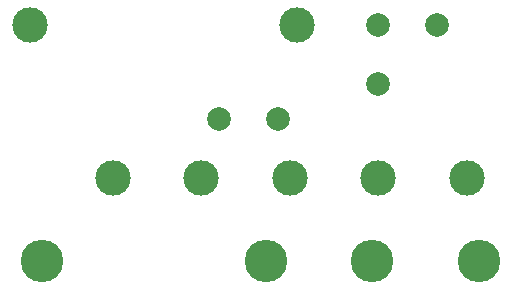
<source format=gbl>
G04 #@! TF.GenerationSoftware,KiCad,Pcbnew,5.1.5-52549c5~84~ubuntu18.04.1*
G04 #@! TF.CreationDate,2020-01-16T13:38:08+00:00*
G04 #@! TF.ProjectId,012-fx888d-repair,3031322d-6678-4383-9838-642d72657061,1*
G04 #@! TF.SameCoordinates,Original*
G04 #@! TF.FileFunction,Copper,L2,Bot*
G04 #@! TF.FilePolarity,Positive*
%FSLAX46Y46*%
G04 Gerber Fmt 4.6, Leading zero omitted, Abs format (unit mm)*
G04 Created by KiCad (PCBNEW 5.1.5-52549c5~84~ubuntu18.04.1) date 2020-01-16 13:38:08*
%MOMM*%
%LPD*%
G04 APERTURE LIST*
%ADD10C,3.600000*%
%ADD11C,2.000000*%
%ADD12C,3.000000*%
G04 APERTURE END LIST*
D10*
X154000000Y-125000000D03*
X173000000Y-125000000D03*
X182000000Y-125000000D03*
D11*
X182500000Y-105000000D03*
X182500000Y-110000000D03*
X182500000Y-105000000D03*
X187500000Y-105000000D03*
X169000000Y-113000000D03*
X174000000Y-113000000D03*
D10*
X191000000Y-125000000D03*
D12*
X153000000Y-105000000D03*
X175600000Y-105000000D03*
X160000000Y-118000000D03*
X167500000Y-118000000D03*
X175000000Y-118000000D03*
X182500000Y-118000000D03*
X190000000Y-118000000D03*
M02*

</source>
